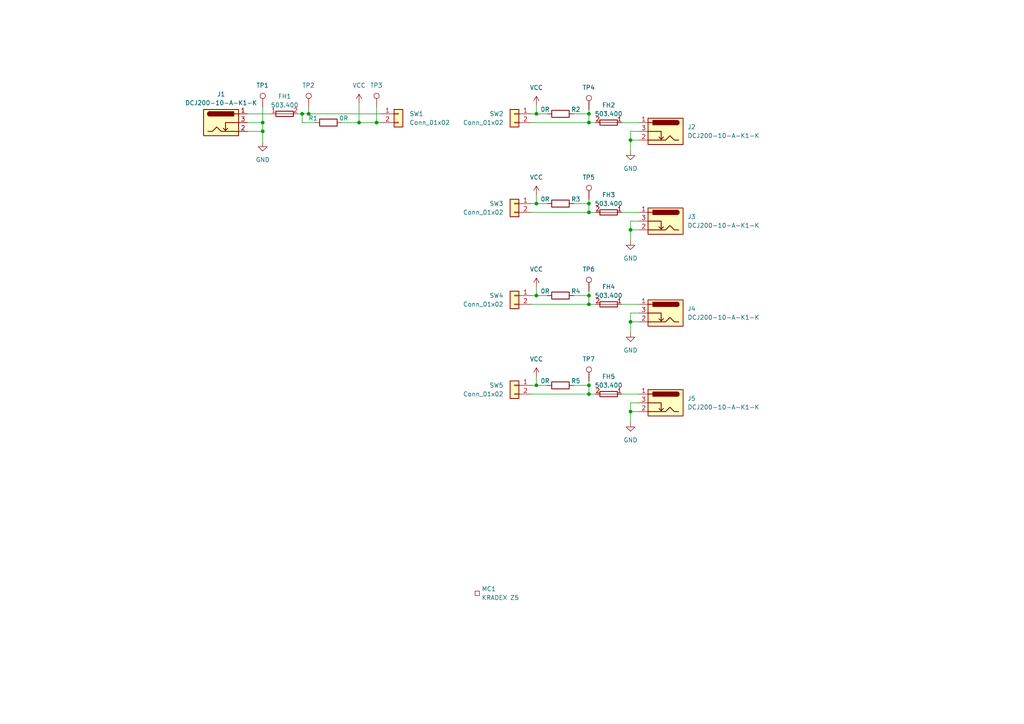
<source format=kicad_sch>
(kicad_sch (version 20230121) (generator eeschema)
  (paper "A4")
  (lib_symbols
    (symbol "Connector:TestPoint" (pin_numbers hide) (pin_names (offset 0.762) hide)
      (property "Reference" "TP" (at 0 6.858 0))
      (property "Value" "TestPoint" (at 0 5.08 0))
      (symbol "TestPoint_0_1"
        (circle (center 0 3.302) (radius 0.762))
      )
      (symbol "TestPoint_1_1"
        (pin passive line (at 0 0 90) (length 2.54) (name "1") (number "1"))
      )
    )
    (symbol "Connector_Generic:Conn_01x02" (pin_names (offset 1.016) hide)
      (property "Reference" "J" (at 0 2.54 0))
      (property "Value" "Conn_01x02" (at 0 -5.08 0))
      (symbol "Conn_01x02_1_1"
        (rectangle (start -1.27 -2.413) (end 0 -2.667) (stroke (width 0.1524)))
        (rectangle (start -1.27 0.127) (end 0 -0.127) (stroke (width 0.1524)))
        (rectangle (start -1.27 1.27) (end 1.27 -3.81) (stroke (width 0.254)) (fill (type background)))
        (pin passive line (at -5.08 0 0) (length 3.81) (name "Pin_1") (number "1"))
        (pin passive line (at -5.08 -2.54 0) (length 3.81) (name "Pin_2") (number "2"))
      )
    )
    (symbol "Device:R" (pin_numbers hide) (pin_names (offset 0))
      (property "Reference" "R" (at 2.032 0 90))
      (property "Value" "R" (at 0 0 90))
      (symbol "R_0_1"
        (rectangle (start -1.016 -2.54) (end 1.016 2.54) (stroke (width 0.254)))
      )
      (symbol "R_1_1"
        (pin passive line (at 0 3.81 270) (length 1.27) (name "~") (number "1"))
        (pin passive line (at 0 -3.81 90) (length 1.27) (name "~") (number "2"))
      )
    )
    (symbol "Koszalix_Cases:Kradex_Z5"
      (property "Reference" "MC" (at 3.175 2.54 0))
      (property "Value" "KRADEX Z5" (at 6.985 0.635 0))
      (symbol "Kradex_Z5_0_1"
        (rectangle (start 0 2.54) (end 1.27 1.27))
      )
    )
    (symbol "Koszalix_DC_Jack:DCJ200-10-A-K1-K"
      (property "Reference" "J" (at -4.445 -5.715 0))
      (property "Value" "DCJ200-10-A-K1-K" (at 5.08 -8.255 0))
      (symbol "DCJ200-10-A-K1-K_0_1"
        (rectangle (start -4.445 3.81) (end 5.715 -3.81) (stroke (width 0.254)) (fill (type background)))
        (arc (start -2.667 3.175) (mid -3.2993 2.54) (end -2.667 1.905) (stroke (width 0.254)))
        (arc (start -2.667 3.175) (mid -3.2993 2.54) (end -2.667 1.905) (stroke (width 0.254)) (fill (type outline)))
        (polyline (pts (xy 1.905 -2.286) (xy 2.54 -1.651)) (stroke (width 0.254)))
        (polyline (pts (xy 5.715 2.54) (xy 4.445 2.54)) (stroke (width 0.254)))
        (polyline (pts (xy 5.715 0) (xy 1.905 0) (xy 1.905 -2.286) (xy 1.27 -1.651)) (stroke (width 0.254)))
        (polyline (pts (xy -3.175 -2.54) (xy -1.905 -2.54) (xy -0.635 -1.27) (xy 0.635 -2.54) (xy 3.175 -2.54) (xy 5.715 -2.54)) (stroke (width 0.254)))
        (rectangle (start 4.318 3.175) (end -2.667 1.905) (stroke (width 0.254)) (fill (type outline)))
      )
      (symbol "DCJ200-10-A-K1-K_1_1"
        (pin power_out line (at 8.255 2.54 180) (length 2.54) (name "~") (number "1"))
        (pin power_out line (at 8.255 -2.54 180) (length 2.54) (name "~") (number "2"))
        (pin passive line (at 8.255 0 180) (length 2.54) (name "~") (number "3"))
      )
    )
    (symbol "Koszalix_FuseHolders:503.400"
      (property "Reference" "FH" (at 2.54 1.27 0))
      (property "Value" "503.400" (at 5.08 -1.27 0))
      (symbol "503.400_0_1"
        (rectangle (start -0.762 -2.54) (end 0.762 2.54) (stroke (width 0.254)))
        (polyline (pts (xy 0 2.54) (xy 0 -2.54)))
      )
      (symbol "503.400_1_1"
        (pin passive line (at 0 3.81 270) (length 1.27) (name "~") (number "1"))
        (pin passive line (at 0 -3.81 90) (length 1.27) (name "~") (number "2"))
      )
    )
    (symbol "power:GND" (power) (pin_names (offset 0))
      (property "Value" "GND" (at 0 -3.81 0))
      (symbol "GND_0_1"
        (polyline (pts (xy 0 0) (xy 0 -1.27) (xy 1.27 -1.27) (xy 0 -2.54) (xy -1.27 -1.27) (xy 0 -1.27)))
      )
      (symbol "GND_1_1"
        (pin power_in line (at 0 0 270) (length 0) hide (name "GND") (number "1"))
      )
    )
    (symbol "power:VCC" (power) (pin_names (offset 0))
      (property "Value" "VCC" (at 0 3.81 0))
      (symbol "VCC_0_1"
        (polyline (pts (xy -0.762 1.27) (xy 0 2.54)))
        (polyline (pts (xy 0 0) (xy 0 2.54)))
        (polyline (pts (xy 0 2.54) (xy 0.762 1.27)))
      )
      (symbol "VCC_1_1"
        (pin power_in line (at 0 0 90) (length 0) hide (name "VCC") (number "1"))
      )
    )
  )
  (junction (at 170.815 33.02))
  (junction (at 182.88 119.38))
  (junction (at 104.14 35.56))
  (junction (at 170.815 111.76))
  (junction (at 170.815 61.595))
  (junction (at 170.815 59.055))
  (junction (at 155.575 85.725))
  (junction (at 182.88 40.64))
  (junction (at 76.2 38.1))
  (junction (at 170.815 35.56))
  (junction (at 170.815 88.265))
  (junction (at 155.575 111.76))
  (junction (at 155.575 33.02))
  (junction (at 89.535 33.02))
  (junction (at 170.815 114.3))
  (junction (at 76.2 35.56))
  (junction (at 170.815 85.725))
  (junction (at 87.63 33.02))
  (junction (at 155.575 59.055))
  (junction (at 182.88 93.345))
  (junction (at 109.22 35.56))
  (junction (at 182.88 66.675))
  (wire (pts (xy 185.42 35.56) (xy 180.34 35.56)))
  (wire (pts (xy 185.42 38.1) (xy 182.88 38.1)))
  (wire (pts (xy 155.575 85.725) (xy 158.75 85.725)))
  (wire (pts (xy 170.815 85.725) (xy 170.815 88.265)))
  (wire (pts (xy 155.575 111.76) (xy 158.75 111.76)))
  (wire (pts (xy 172.72 61.595) (xy 170.815 61.595)))
  (wire (pts (xy 166.37 85.725) (xy 170.815 85.725)))
  (wire (pts (xy 185.42 114.3) (xy 180.34 114.3)))
  (wire (pts (xy 89.535 31.115) (xy 89.535 33.02)))
  (wire (pts (xy 87.63 33.02) (xy 89.535 33.02)))
  (wire (pts (xy 182.88 93.345) (xy 182.88 96.52)))
  (wire (pts (xy 155.575 85.725) (xy 155.575 83.185)))
  (wire (pts (xy 109.22 35.56) (xy 110.49 35.56)))
  (wire (pts (xy 91.44 35.56) (xy 87.63 35.56)))
  (wire (pts (xy 109.22 31.115) (xy 109.22 35.56)))
  (wire (pts (xy 170.815 33.02) (xy 170.815 35.56)))
  (wire (pts (xy 89.535 33.02) (xy 110.49 33.02)))
  (wire (pts (xy 185.42 88.265) (xy 180.34 88.265)))
  (wire (pts (xy 182.88 93.345) (xy 185.42 93.345)))
  (wire (pts (xy 99.06 35.56) (xy 104.14 35.56)))
  (wire (pts (xy 170.815 31.75) (xy 170.815 33.02)))
  (wire (pts (xy 166.37 111.76) (xy 170.815 111.76)))
  (wire (pts (xy 76.2 38.1) (xy 76.2 41.275)))
  (wire (pts (xy 87.63 35.56) (xy 87.63 33.02)))
  (wire (pts (xy 155.575 59.055) (xy 158.75 59.055)))
  (wire (pts (xy 71.755 33.02) (xy 78.74 33.02)))
  (wire (pts (xy 166.37 59.055) (xy 170.815 59.055)))
  (wire (pts (xy 172.72 114.3) (xy 170.815 114.3)))
  (wire (pts (xy 155.575 59.055) (xy 154.305 59.055)))
  (wire (pts (xy 170.815 110.49) (xy 170.815 111.76)))
  (wire (pts (xy 76.2 31.115) (xy 76.2 35.56)))
  (wire (pts (xy 155.575 111.76) (xy 155.575 109.22)))
  (wire (pts (xy 155.575 59.055) (xy 155.575 56.515)))
  (wire (pts (xy 154.305 35.56) (xy 170.815 35.56)))
  (wire (pts (xy 182.88 40.64) (xy 182.88 43.815)))
  (wire (pts (xy 170.815 57.785) (xy 170.815 59.055)))
  (wire (pts (xy 170.815 84.455) (xy 170.815 85.725)))
  (wire (pts (xy 182.88 64.135) (xy 182.88 66.675)))
  (wire (pts (xy 182.88 66.675) (xy 185.42 66.675)))
  (wire (pts (xy 76.2 35.56) (xy 76.2 38.1)))
  (wire (pts (xy 182.88 90.805) (xy 182.88 93.345)))
  (wire (pts (xy 170.815 61.595) (xy 154.305 61.595)))
  (wire (pts (xy 76.2 38.1) (xy 71.755 38.1)))
  (wire (pts (xy 155.575 33.02) (xy 154.305 33.02)))
  (wire (pts (xy 182.88 38.1) (xy 182.88 40.64)))
  (wire (pts (xy 166.37 33.02) (xy 170.815 33.02)))
  (wire (pts (xy 185.42 116.84) (xy 182.88 116.84)))
  (wire (pts (xy 155.575 111.76) (xy 154.305 111.76)))
  (wire (pts (xy 170.815 114.3) (xy 154.305 114.3)))
  (wire (pts (xy 172.72 35.56) (xy 170.815 35.56)))
  (wire (pts (xy 104.14 35.56) (xy 109.22 35.56)))
  (wire (pts (xy 185.42 61.595) (xy 180.34 61.595)))
  (wire (pts (xy 170.815 111.76) (xy 170.815 114.3)))
  (wire (pts (xy 182.88 40.64) (xy 185.42 40.64)))
  (wire (pts (xy 155.575 33.02) (xy 155.575 30.48)))
  (wire (pts (xy 185.42 64.135) (xy 182.88 64.135)))
  (wire (pts (xy 104.14 29.845) (xy 104.14 35.56)))
  (wire (pts (xy 182.88 119.38) (xy 182.88 122.555)))
  (wire (pts (xy 86.36 33.02) (xy 87.63 33.02)))
  (wire (pts (xy 182.88 66.675) (xy 182.88 69.85)))
  (wire (pts (xy 170.815 59.055) (xy 170.815 61.595)))
  (wire (pts (xy 71.755 35.56) (xy 76.2 35.56)))
  (wire (pts (xy 155.575 85.725) (xy 154.305 85.725)))
  (wire (pts (xy 185.42 90.805) (xy 182.88 90.805)))
  (wire (pts (xy 158.75 33.02) (xy 155.575 33.02)))
  (wire (pts (xy 182.88 116.84) (xy 182.88 119.38)))
  (wire (pts (xy 170.815 88.265) (xy 154.305 88.265)))
  (wire (pts (xy 172.72 88.265) (xy 170.815 88.265)))
  (wire (pts (xy 182.88 119.38) (xy 185.42 119.38)))
  (symbol (lib_id "Connector_Generic:Conn_01x02") (at 115.57 33.02 0) (unit 1)
    (property "Reference" "SW1" (at 118.745 33.02 0) (effects (justify left)))
    (property "Value" "Conn_01x02" (at 118.745 35.56 0) (effects (justify left)))
    (property "Footprint" "Connector_Wire:SolderWire-1.5sqmm_1x02_P6mm_D1.7mm_OD3mm_Relief2x" (effects hide))
  )
  (symbol (lib_id "Koszalix_DC_Jack:DCJ200-10-A-K1-K") (at 193.675 116.84 0) (mirror y) (unit 1)
    (property "Reference" "J5" (at 199.39 115.57 0) (effects (justify right)))
    (property "Value" "DCJ200-10-A-K1-K" (at 199.39 118.11 0) (effects (justify right)))
    (property "Footprint" "Koszalix_Connector_DC:GCT-DCJ200-10-A-K1-K" (effects hide))
    (property "Datasheet" "https://www.tme.eu/Document/cf7960015f34006ce487847a8f683624/DCJ200-10.pdf" (effects hide))
    (property "MPN" "DCJ200-10-A-K1-K" (effects hide))
    (property "Manufacturer" "GCT" (effects hide))
    (property "Nominal Voltage" "20V DC" (effects hide))
    (property "Nominal Current" "5A" (effects hide))
  )
  (symbol (lib_id "Connector:TestPoint") (at 89.535 31.115 0) (unit 1)
    (property "Reference" "TP2" (at 87.63 24.765 0) (effects (justify left)))
    (property "Value" "TestPoint" (effects hide))
    (property "Footprint" "TestPoint:TestPoint_Pad_D1.0mm" (effects hide))
  )
  (symbol (lib_id "power:VCC") (at 104.14 29.845 0) (unit 1)
    (property "Reference" "#PWR02" (effects hide))
    (property "Value" "VCC" (at 104.14 24.765 0))
  )
  (symbol (lib_id "Koszalix_DC_Jack:DCJ200-10-A-K1-K") (at 63.5 35.56 0) (unit 1)
    (property "Reference" "J1" (at 64.135 27.305 0))
    (property "Value" "DCJ200-10-A-K1-K" (at 64.135 29.845 0))
    (property "Footprint" "Koszalix_Connector_DC:GCT-DCJ200-10-A-K1-K" (effects hide))
    (property "Datasheet" "https://www.tme.eu/Document/cf7960015f34006ce487847a8f683624/DCJ200-10.pdf" (effects hide))
    (property "MPN" "DCJ200-10-A-K1-K" (effects hide))
    (property "Manufacturer" "GCT" (effects hide))
    (property "Nominal Voltage" "20V DC" (effects hide))
    (property "Nominal Current" "5A" (effects hide))
  )
  (symbol (lib_id "Koszalix_DC_Jack:DCJ200-10-A-K1-K") (at 193.675 64.135 0) (mirror y) (unit 1)
    (property "Reference" "J3" (at 199.39 62.865 0) (effects (justify right)))
    (property "Value" "DCJ200-10-A-K1-K" (at 199.39 65.405 0) (effects (justify right)))
    (property "Footprint" "Koszalix_Connector_DC:GCT-DCJ200-10-A-K1-K" (effects hide))
    (property "Datasheet" "https://www.tme.eu/Document/cf7960015f34006ce487847a8f683624/DCJ200-10.pdf" (effects hide))
    (property "MPN" "DCJ200-10-A-K1-K" (effects hide))
    (property "Manufacturer" "GCT" (effects hide))
    (property "Nominal Voltage" "20V DC" (effects hide))
    (property "Nominal Current" "5A" (effects hide))
  )
  (symbol (lib_id "Koszalix_FuseHolders:503.400") (at 176.53 114.3 270) (mirror x) (unit 1)
    (property "Reference" "FH5" (at 176.53 109.22 90))
    (property "Value" "503.400" (at 176.53 111.76 90))
    (property "Footprint" "Koszalix_FuseHolders:ESKA_503.400" (effects hide))
    (property "Datasheet" "https://www.eska-fuses.de/fileadmin/produkte/datenblaetter/ESKA-Sicherungshalter.pdf" (effects hide))
    (property "Contact resistance " "5mOhm" (effects hide))
    (property "Dielectric strength" "1.5kV" (effects hide))
    (property "Insulation resistance" "10MOhm" (effects hide))
    (property "MPN" "503.400" (effects hide))
    (property "Manufacturer" "ESKA" (effects hide))
  )
  (symbol (lib_id "power:GND") (at 182.88 122.555 0) (mirror y) (unit 1)
    (property "Reference" "#PWR010" (effects hide))
    (property "Value" "GND" (at 182.88 127.635 0))
  )
  (symbol (lib_id "Connector_Generic:Conn_01x02") (at 149.225 59.055 0) (mirror y) (unit 1)
    (property "Reference" "SW3" (at 146.05 59.055 0) (effects (justify left)))
    (property "Value" "Conn_01x02" (at 146.05 61.595 0) (effects (justify left)))
    (property "Footprint" "Connector_Wire:SolderWire-1.5sqmm_1x02_P6mm_D1.7mm_OD3mm_Relief2x" (effects hide))
  )
  (symbol (lib_id "power:VCC") (at 155.575 83.185 0) (mirror y) (unit 1)
    (property "Reference" "#PWR07" (effects hide))
    (property "Value" "VCC" (at 155.575 78.105 0))
  )
  (symbol (lib_id "Connector_Generic:Conn_01x02") (at 149.225 85.725 0) (mirror y) (unit 1)
    (property "Reference" "SW4" (at 146.05 85.725 0) (effects (justify left)))
    (property "Value" "Conn_01x02" (at 146.05 88.265 0) (effects (justify left)))
    (property "Footprint" "Connector_Wire:SolderWire-1.5sqmm_1x02_P6mm_D1.7mm_OD3mm_Relief2x" (effects hide))
  )
  (symbol (lib_id "Koszalix_FuseHolders:503.400") (at 176.53 88.265 270) (mirror x) (unit 1)
    (property "Reference" "FH4" (at 176.53 83.185 90))
    (property "Value" "503.400" (at 176.53 85.725 90))
    (property "Footprint" "Koszalix_FuseHolders:ESKA_503.400" (effects hide))
    (property "Datasheet" "https://www.eska-fuses.de/fileadmin/produkte/datenblaetter/ESKA-Sicherungshalter.pdf" (effects hide))
    (property "Contact resistance " "5mOhm" (effects hide))
    (property "Dielectric strength" "1.5kV" (effects hide))
    (property "Insulation resistance" "10MOhm" (effects hide))
    (property "MPN" "503.400" (effects hide))
    (property "Manufacturer" "ESKA" (effects hide))
  )
  (symbol (lib_id "Koszalix_FuseHolders:503.400") (at 176.53 35.56 270) (mirror x) (unit 1)
    (property "Reference" "FH2" (at 176.53 30.48 90))
    (property "Value" "503.400" (at 176.53 33.02 90))
    (property "Footprint" "Koszalix_FuseHolders:ESKA_503.400" (effects hide))
    (property "Datasheet" "https://www.eska-fuses.de/fileadmin/produkte/datenblaetter/ESKA-Sicherungshalter.pdf" (effects hide))
    (property "Contact resistance " "5mOhm" (effects hide))
    (property "Dielectric strength" "1.5kV" (effects hide))
    (property "Insulation resistance" "10MOhm" (effects hide))
    (property "MPN" "503.400" (effects hide))
    (property "Manufacturer" "ESKA" (effects hide))
  )
  (symbol (lib_id "Connector:TestPoint") (at 170.815 110.49 0) (unit 1)
    (property "Reference" "TP7" (at 168.91 104.14 0) (effects (justify left)))
    (property "Value" "TestPoint" (effects hide))
    (property "Footprint" "TestPoint:TestPoint_Pad_D1.0mm" (effects hide))
  )
  (symbol (lib_id "power:GND") (at 182.88 96.52 0) (mirror y) (unit 1)
    (property "Reference" "#PWR09" (effects hide))
    (property "Value" "GND" (at 182.88 101.6 0))
  )
  (symbol (lib_id "Connector:TestPoint") (at 170.815 57.785 0) (unit 1)
    (property "Reference" "TP5" (at 168.91 51.435 0) (effects (justify left)))
    (property "Value" "TestPoint" (effects hide))
    (property "Footprint" "TestPoint:TestPoint_Pad_D1.0mm" (effects hide))
  )
  (symbol (lib_id "Connector:TestPoint") (at 76.2 31.115 0) (unit 1)
    (property "Reference" "TP1" (at 74.295 24.765 0) (effects (justify left)))
    (property "Value" "TestPoint" (effects hide))
    (property "Footprint" "TestPoint:TestPoint_Pad_D1.0mm" (effects hide))
  )
  (symbol (lib_id "Koszalix_Cases:Kradex_Z5") (at 137.795 173.99 0) (unit 1)
    (property "Reference" "MC1" (at 139.7 170.815 0) (effects (justify left)))
    (property "Value" "KRADEX Z5" (at 139.7 173.355 0) (effects (justify left)))
    (property "Footprint" "Koszalix_Cases:z5" (effects hide))
    (property "Datasheet" "https://www.kradex.com.pl/products/304/Z5.pdf" (effects hide))
    (property "MPN" "Z5" (effects hide))
    (property "Manufacturer" "Kradex" (effects hide))
  )
  (symbol (lib_id "power:VCC") (at 155.575 109.22 0) (mirror y) (unit 1)
    (property "Reference" "#PWR08" (effects hide))
    (property "Value" "VCC" (at 155.575 104.14 0))
  )
  (symbol (lib_id "Device:R") (at 162.56 59.055 270) (mirror x) (unit 1)
    (property "Reference" "R3" (at 167.005 57.785 90))
    (property "Value" "0R" (at 158.115 57.785 90))
    (property "Footprint" "Resistor_SMD:R_1206_3216Metric_Pad1.30x1.75mm_HandSolder" (effects hide))
  )
  (symbol (lib_id "Device:R") (at 162.56 85.725 270) (mirror x) (unit 1)
    (property "Reference" "R4" (at 167.005 84.455 90))
    (property "Value" "0R" (at 158.115 84.455 90))
    (property "Footprint" "Resistor_SMD:R_1206_3216Metric_Pad1.30x1.75mm_HandSolder" (effects hide))
  )
  (symbol (lib_id "Koszalix_FuseHolders:503.400") (at 82.55 33.02 90) (unit 1)
    (property "Reference" "FH1" (at 82.55 27.94 90))
    (property "Value" "503.400" (at 82.55 30.48 90))
    (property "Footprint" "Koszalix_FuseHolders:ESKA_503.400" (effects hide))
    (property "Datasheet" "https://www.eska-fuses.de/fileadmin/produkte/datenblaetter/ESKA-Sicherungshalter.pdf" (effects hide))
    (property "Contact resistance " "5mOhm" (effects hide))
    (property "Dielectric strength" "1.5kV" (effects hide))
    (property "Insulation resistance" "10MOhm" (effects hide))
    (property "MPN" "503.400" (effects hide))
    (property "Manufacturer" "ESKA" (effects hide))
  )
  (symbol (lib_id "Connector:TestPoint") (at 109.22 31.115 0) (unit 1)
    (property "Reference" "TP3" (at 107.315 24.765 0) (effects (justify left)))
    (property "Value" "TestPoint" (effects hide))
    (property "Footprint" "TestPoint:TestPoint_Pad_D1.0mm" (effects hide))
  )
  (symbol (lib_id "Koszalix_DC_Jack:DCJ200-10-A-K1-K") (at 193.675 38.1 0) (mirror y) (unit 1)
    (property "Reference" "J2" (at 199.39 36.83 0) (effects (justify right)))
    (property "Value" "DCJ200-10-A-K1-K" (at 199.39 39.37 0) (effects (justify right)))
    (property "Footprint" "Koszalix_Connector_DC:GCT-DCJ200-10-A-K1-K" (effects hide))
    (property "Datasheet" "https://www.tme.eu/Document/cf7960015f34006ce487847a8f683624/DCJ200-10.pdf" (effects hide))
    (property "MPN" "DCJ200-10-A-K1-K" (effects hide))
    (property "Manufacturer" "GCT" (effects hide))
    (property "Nominal Voltage" "20V DC" (effects hide))
    (property "Nominal Current" "5A" (effects hide))
  )
  (symbol (lib_id "power:GND") (at 182.88 43.815 0) (mirror y) (unit 1)
    (property "Reference" "#PWR03" (effects hide))
    (property "Value" "GND" (at 182.88 48.895 0))
  )
  (symbol (lib_id "Connector:TestPoint") (at 170.815 31.75 0) (unit 1)
    (property "Reference" "TP4" (at 168.91 25.4 0) (effects (justify left)))
    (property "Value" "TestPoint" (effects hide))
    (property "Footprint" "TestPoint:TestPoint_Pad_D1.0mm" (effects hide))
  )
  (symbol (lib_id "Koszalix_DC_Jack:DCJ200-10-A-K1-K") (at 193.675 90.805 0) (mirror y) (unit 1)
    (property "Reference" "J4" (at 199.39 89.535 0) (effects (justify right)))
    (property "Value" "DCJ200-10-A-K1-K" (at 199.39 92.075 0) (effects (justify right)))
    (property "Footprint" "Koszalix_Connector_DC:GCT-DCJ200-10-A-K1-K" (effects hide))
    (property "Datasheet" "https://www.tme.eu/Document/cf7960015f34006ce487847a8f683624/DCJ200-10.pdf" (effects hide))
    (property "MPN" "DCJ200-10-A-K1-K" (effects hide))
    (property "Manufacturer" "GCT" (effects hide))
    (property "Nominal Voltage" "20V DC" (effects hide))
    (property "Nominal Current" "5A" (effects hide))
  )
  (symbol (lib_id "Device:R") (at 162.56 33.02 270) (mirror x) (unit 1)
    (property "Reference" "R2" (at 167.005 31.75 90))
    (property "Value" "0R" (at 158.115 31.75 90))
    (property "Footprint" "Resistor_SMD:R_1206_3216Metric_Pad1.30x1.75mm_HandSolder" (effects hide))
  )
  (symbol (lib_id "power:VCC") (at 155.575 30.48 0) (mirror y) (unit 1)
    (property "Reference" "#PWR04" (effects hide))
    (property "Value" "VCC" (at 155.575 25.4 0))
  )
  (symbol (lib_id "Koszalix_FuseHolders:503.400") (at 176.53 61.595 270) (mirror x) (unit 1)
    (property "Reference" "FH3" (at 176.53 56.515 90))
    (property "Value" "503.400" (at 176.53 59.055 90))
    (property "Footprint" "Koszalix_FuseHolders:ESKA_503.400" (effects hide))
    (property "Datasheet" "https://www.eska-fuses.de/fileadmin/produkte/datenblaetter/ESKA-Sicherungshalter.pdf" (effects hide))
    (property "Contact resistance " "5mOhm" (effects hide))
    (property "Dielectric strength" "1.5kV" (effects hide))
    (property "Insulation resistance" "10MOhm" (effects hide))
    (property "MPN" "503.400" (effects hide))
    (property "Manufacturer" "ESKA" (effects hide))
  )
  (symbol (lib_id "power:GND") (at 76.2 41.275 0) (unit 1)
    (property "Reference" "#PWR01" (effects hide))
    (property "Value" "GND" (at 76.2 46.355 0))
  )
  (symbol (lib_id "power:GND") (at 182.88 69.85 0) (mirror y) (unit 1)
    (property "Reference" "#PWR05" (effects hide))
    (property "Value" "GND" (at 182.88 74.93 0))
  )
  (symbol (lib_id "Connector_Generic:Conn_01x02") (at 149.225 111.76 0) (mirror y) (unit 1)
    (property "Reference" "SW5" (at 146.05 111.76 0) (effects (justify left)))
    (property "Value" "Conn_01x02" (at 146.05 114.3 0) (effects (justify left)))
    (property "Footprint" "Connector_Wire:SolderWire-1.5sqmm_1x02_P6mm_D1.7mm_OD3mm_Relief2x" (effects hide))
  )
  (symbol (lib_id "Connector:TestPoint") (at 170.815 84.455 0) (unit 1)
    (property "Reference" "TP6" (at 168.91 78.105 0) (effects (justify left)))
    (property "Value" "TestPoint" (effects hide))
    (property "Footprint" "TestPoint:TestPoint_Pad_D1.0mm" (effects hide))
  )
  (symbol (lib_id "Connector_Generic:Conn_01x02") (at 149.225 33.02 0) (mirror y) (unit 1)
    (property "Reference" "SW2" (at 146.05 33.02 0) (effects (justify left)))
    (property "Value" "Conn_01x02" (at 146.05 35.56 0) (effects (justify left)))
    (property "Footprint" "Connector_Wire:SolderWire-1.5sqmm_1x02_P6mm_D1.7mm_OD3mm_Relief2x" (effects hide))
  )
  (symbol (lib_id "Device:R") (at 95.25 35.56 90) (unit 1)
    (property "Reference" "R1" (at 90.805 34.29 90))
    (property "Value" "0R" (at 99.695 34.29 90))
    (property "Footprint" "Resistor_SMD:R_1206_3216Metric_Pad1.30x1.75mm_HandSolder" (effects hide))
  )
  (symbol (lib_id "Device:R") (at 162.56 111.76 270) (mirror x) (unit 1)
    (property "Reference" "R5" (at 167.005 110.49 90))
    (property "Value" "0R" (at 158.115 110.49 90))
    (property "Footprint" "Resistor_SMD:R_1206_3216Metric_Pad1.30x1.75mm_HandSolder" (effects hide))
  )
  (symbol (lib_id "power:VCC") (at 155.575 56.515 0) (mirror y) (unit 1)
    (property "Reference" "#PWR06" (effects hide))
    (property "Value" "VCC" (at 155.575 51.435 0))
  )
)
</source>
